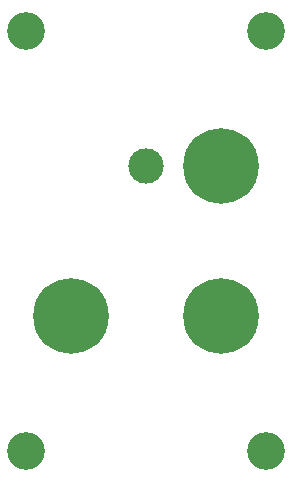
<source format=gbr>
%TF.GenerationSoftware,KiCad,Pcbnew,(5.1.9)-1*%
%TF.CreationDate,2021-03-03T01:40:00+00:00*%
%TF.ProjectId,555 Front Panel,35353520-4672-46f6-9e74-2050616e656c,rev?*%
%TF.SameCoordinates,Original*%
%TF.FileFunction,Soldermask,Top*%
%TF.FilePolarity,Negative*%
%FSLAX46Y46*%
G04 Gerber Fmt 4.6, Leading zero omitted, Abs format (unit mm)*
G04 Created by KiCad (PCBNEW (5.1.9)-1) date 2021-03-03 01:40:00*
%MOMM*%
%LPD*%
G01*
G04 APERTURE LIST*
%ADD10C,3.000000*%
%ADD11C,6.400000*%
%ADD12C,3.200000*%
G04 APERTURE END LIST*
D10*
%TO.C,REF\u002A\u002A*%
X90170000Y-58420000D03*
%TD*%
D11*
%TO.C,REF\u002A\u002A*%
X96520000Y-58420000D03*
%TD*%
%TO.C,REF\u002A\u002A*%
X96520000Y-71120000D03*
%TD*%
%TO.C,REF\u002A\u002A*%
X83820000Y-71120000D03*
%TD*%
D12*
%TO.C,REF\u002A\u002A*%
X100330000Y-46990000D03*
%TD*%
%TO.C,REF\u002A\u002A*%
X80010000Y-46990000D03*
%TD*%
%TO.C,REF\u002A\u002A*%
X100330000Y-82550000D03*
%TD*%
%TO.C,REF\u002A\u002A*%
X80010000Y-82550000D03*
%TD*%
M02*

</source>
